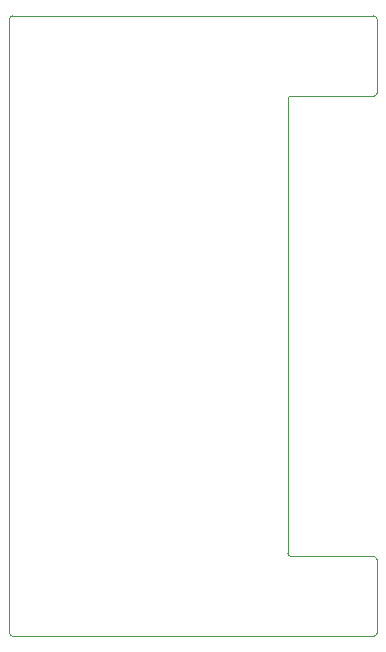
<source format=gbr>
%TF.GenerationSoftware,KiCad,Pcbnew,8.0.1-8.0.1-1~ubuntu22.04.1*%
%TF.CreationDate,2024-03-25T00:01:57-03:00*%
%TF.ProjectId,breadboard_power_supply,62726561-6462-46f6-9172-645f706f7765,rev?*%
%TF.SameCoordinates,Original*%
%TF.FileFunction,Profile,NP*%
%FSLAX46Y46*%
G04 Gerber Fmt 4.6, Leading zero omitted, Abs format (unit mm)*
G04 Created by KiCad (PCBNEW 8.0.1-8.0.1-1~ubuntu22.04.1) date 2024-03-25 00:01:57*
%MOMM*%
%LPD*%
G01*
G04 APERTURE LIST*
%TA.AperFunction,Profile*%
%ADD10C,0.050000*%
%TD*%
G04 APERTURE END LIST*
D10*
X123901200Y-87223600D02*
X123901200Y-125679200D01*
X131165600Y-125933200D02*
X124155200Y-125933200D01*
X100584000Y-132689600D02*
X131165600Y-132689600D01*
X100330000Y-80416400D02*
X100330000Y-132435600D01*
X131165600Y-125933200D02*
G75*
G02*
X131419600Y-126187200I0J-254000D01*
G01*
X131419600Y-86715600D02*
G75*
G02*
X131165600Y-86969600I-254000J0D01*
G01*
X124155200Y-86969600D02*
X131165600Y-86969600D01*
X100584000Y-132689600D02*
G75*
G02*
X100330000Y-132435600I0J254000D01*
G01*
X131165600Y-80162400D02*
G75*
G02*
X131419600Y-80416400I0J-254000D01*
G01*
X131419600Y-132435600D02*
G75*
G02*
X131165600Y-132689600I-254000J0D01*
G01*
X131419600Y-132435600D02*
X131419600Y-126187200D01*
X131419600Y-86715600D02*
X131419600Y-80416400D01*
X124155200Y-125933200D02*
G75*
G02*
X123901200Y-125679200I0J254000D01*
G01*
X100330000Y-80416400D02*
G75*
G02*
X100584000Y-80162400I254000J0D01*
G01*
X131165600Y-80162400D02*
X100584000Y-80162400D01*
X123901200Y-87223600D02*
G75*
G02*
X124155200Y-86969600I254000J0D01*
G01*
M02*

</source>
